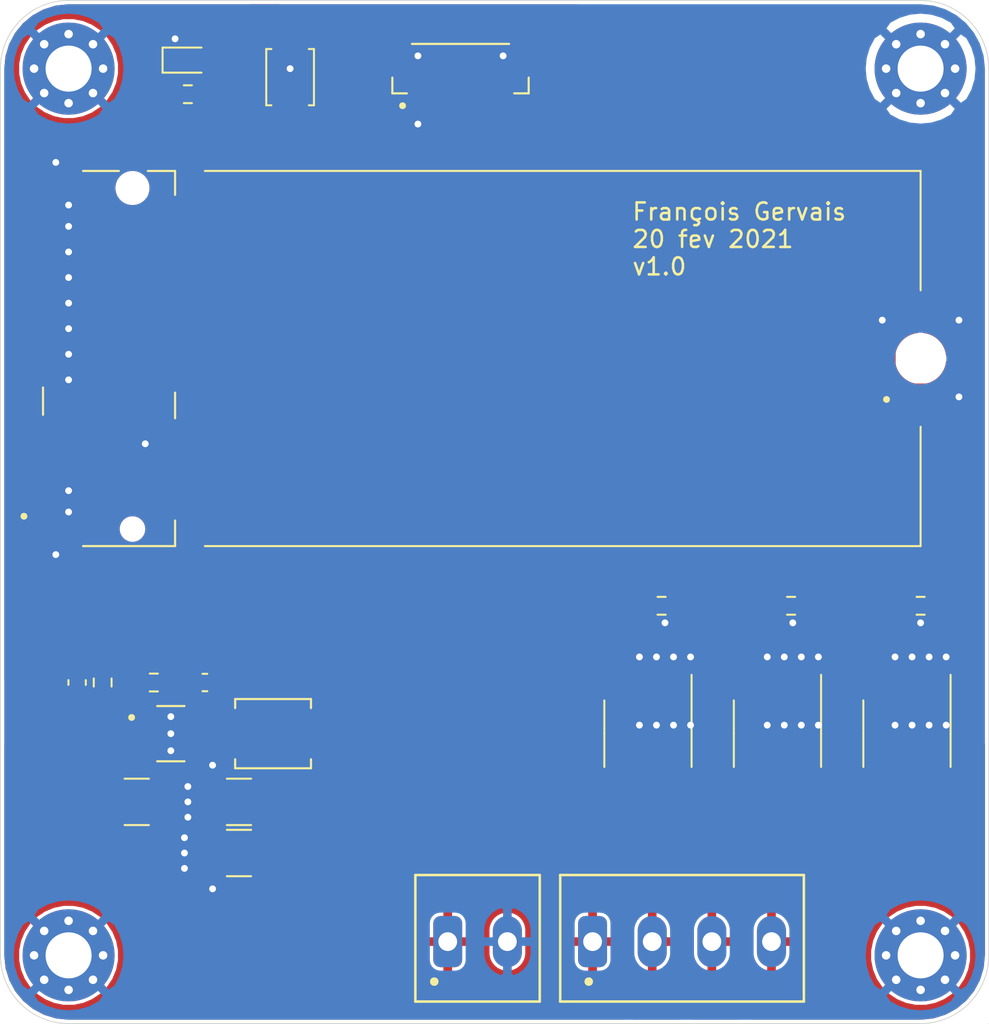
<source format=kicad_pcb>
(kicad_pcb (version 20171130) (host pcbnew 5.1.7-a382d34a8~88~ubuntu18.04.1)
  (layers (0 F.Cu signal) (31 B.Cu signal hide) (34 B.Paste user hide) (35 F.Paste user hide) (36 B.SilkS user) (37 F.SilkS user) (38 B.Mask user hide) (39 F.Mask user hide) (44 Edge.Cuts user))
  (net 0 "")
  (net 1 "Net-(J1-Pad73)")
  (net 2 "Net-(J1-Pad71)")
  (net 3 "Net-(J1-Pad70)")
  (net 4 "Net-(J1-Pad68)")
  (net 5 "Net-(J1-Pad67)")
  (net 6 "Net-(J1-Pad66)")
  (net 7 "Net-(J1-Pad65)")
  (net 8 "Net-(J1-Pad62)")
  (net 9 "Net-(J1-Pad56)")
  (net 10 "Net-(J1-Pad55)")
  (net 11 "Net-(J1-Pad54)")
  (net 12 "Net-(J1-Pad53)")
  (net 13 "Net-(J1-Pad52)")
  (net 14 "Net-(J1-Pad49)")
  (net 15 "Net-(J1-Pad48)")
  (net 16 "Net-(J1-Pad47)")
  (net 17 "Net-(J1-Pad46)")
  (net 18 "Net-(J1-Pad44)")
  (net 19 "Net-(J1-Pad42)")
  (net 20 "Net-(J1-Pad40)")
  (net 21 "Net-(J1-Pad38)")
  (net 22 "Net-(J1-Pad37)")
  (net 23 "Net-(J1-Pad35)")
  (net 24 "Net-(J1-Pad23)")
  (net 25 "Net-(J1-Pad21)")
  (net 26 "Net-(J1-Pad20)")
  (net 27 "Net-(J1-Pad17)")
  (net 28 "Net-(J1-Pad16)")
  (net 29 "Net-(J1-Pad9)")
  (net 30 "Net-(J1-Pad5)")
  (net 31 "Net-(J1-Pad3)")
  (net 32 "Net-(J1-Pad2)")
  (net 33 "Net-(J1-Pad4)")
  (net 34 "Net-(J1-Pad6)")
  (net 35 GND)
  (net 36 +5V)
  (net 37 /GPIO25-DAC1)
  (net 38 /GPIO26-DAC2)
  (net 39 /GPIO33)
  (net 40 /GPIO27)
  (net 41 /GPIO32)
  (net 42 /RESET)
  (net 43 /GPIO21)
  (net 44 /GPIO22)
  (net 45 /DTR)
  (net 46 /RTS)
  (net 47 /RX)
  (net 48 /TX)
  (net 49 /GPIO16)
  (net 50 /GPIO4)
  (net 51 /GPIO5)
  (net 52 /GPIO2)
  (net 53 /GPIO15)
  (net 54 /GPIO18)
  (net 55 /GPIO19)
  (net 56 /GPIO23)
  (net 57 +12V)
  (net 58 "Net-(C2-Pad2)")
  (net 59 "Net-(C2-Pad1)")
  (net 60 "Net-(C3-Pad2)")
  (net 61 "Net-(D1-Pad2)")
  (net 62 /BLUE)
  (net 63 /GREEN)
  (net 64 /RED)
  (net 65 "Net-(U1-Pad2)")
  (module Conn_Molex_393570004:Molex-393570004-MFG (layer F.Cu) (at 86 134)
    (fp_text reference J3 hide)
    (fp_text value Screw_Terminal_01x04 hide)
    (pad 4 thru_hole oval (at 5.25 0.195001 90) (size 3 1.7) (drill 1.1) (layers *.Cu *.Mask) (net 62 /BLUE))
    (pad 3 thru_hole oval (at 1.75 0.195001 90) (size 3 1.7) (drill 1.1) (layers *.Cu *.Mask) (net 63 /GREEN))
    (pad 2 thru_hole oval (at -1.75 0.195001 90) (size 3 1.7) (drill 1.1) (layers *.Cu *.Mask) (net 64 /RED))
    (pad 1 thru_hole roundrect (at -5.25 0.195001 90) (size 3 1.7) (drill 1.1) (layers *.Cu *.Mask) (net 57 +12V))
  )
  (module Conn_Molex_393570002:Molex-393570002-MFG (layer F.Cu) (at 74 134)
    (fp_text reference J4 hide)
    (fp_text value Screw_Terminal_01x02 hide)
    (pad 2 thru_hole oval (at 1.75 0.195) (size 1.7 3) (drill 1.1) (layers *.Cu *.Mask) (net 35 GND))
    (pad 1 thru_hole roundrect (at -1.75 0.195) (size 1.7 3) (drill 1.1) (layers *.Cu *.Mask) (net 57 +12V))
  )
  (module MountingHole:MountingHole_2.7mm_M2.5_Pad_Via (layer F.Cu) (at 100 135)
    (fp_text reference REF** hide)
    (fp_text value MountingHole_2.7mm_M2.5_Pad_Via)
    (pad 1 thru_hole circle (at 0 0) (size 5.4 5.4) (drill 2.7) (layers *.Cu *.Mask) (net 35 GND))
    (pad 1 thru_hole circle (at 2.025 0) (size 0.8 0.8) (drill 0.5) (layers *.Cu *.Mask))
    (pad 1 thru_hole circle (at 1.431891 1.431891) (size 0.8 0.8) (drill 0.5) (layers *.Cu *.Mask) (net 35 GND))
    (pad 1 thru_hole circle (at 0 2.025) (size 0.8 0.8) (drill 0.5) (layers *.Cu *.Mask))
    (pad 1 thru_hole circle (at -1.431891 1.431891) (size 0.8 0.8) (drill 0.5) (layers *.Cu *.Mask) (net 35 GND))
    (pad 1 thru_hole circle (at -2.025 0) (size 0.8 0.8) (drill 0.5) (layers *.Cu *.Mask))
    (pad 1 thru_hole circle (at -1.431891 -1.431891) (size 0.8 0.8) (drill 0.5) (layers *.Cu *.Mask) (net 35 GND))
    (pad 1 thru_hole circle (at 0 -2.025) (size 0.8 0.8) (drill 0.5) (layers *.Cu *.Mask))
    (pad 1 thru_hole circle (at 1.431891 -1.431891) (size 0.8 0.8) (drill 0.5) (layers *.Cu *.Mask) (net 35 GND))
  )
  (module SM3ZS067U410-NUT1-R1200:JAE_SM3ZS067U410-NUT1-R1200 (layer F.Cu) (at 100 100 90)
    (fp_text reference MP1 hide)
    (fp_text value SM3ZS067U410-NUT1-R1200)
    (fp_poly (pts (xy 0.15 -1.5) (xy 0.15 -2.5) (xy 0.25033 -2.491839) (xy 0.371905 -2.476481) (xy 0.492584 -2.455202) (xy 0.612079 -2.428053) (xy 0.730106 -2.3951) (xy 0.846382 -2.35642) (xy 0.96063 -2.312106) (xy 1.072576 -2.262264) (xy 1.181954 -2.207013) (xy 1.288503 -2.146485) (xy 1.391967 -2.080825) (xy 1.492101 -2.010188) (xy 1.588664 -1.934745) (xy 1.681427 -1.854674) (xy 1.770168 -1.770168) (xy 1.854674 -1.681427) (xy 1.934745 -1.588664) (xy 2.010188 -1.492101) (xy 2.080825 -1.391967) (xy 2.146485 -1.288503) (xy 2.207013 -1.181954) (xy 2.262264 -1.072576) (xy 2.312106 -0.96063) (xy 2.35642 -0.846382) (xy 2.3951 -0.730106) (xy 2.428053 -0.612079) (xy 2.455202 -0.492584) (xy 2.476481 -0.371905) (xy 2.491839 -0.25033) (xy 2.5 -0.15) (xy 1.5 -0.15) (xy 1.493494 -0.206374) (xy 1.482568 -0.275356) (xy 1.468445 -0.343755) (xy 1.451155 -0.411422) (xy 1.430735 -0.478212) (xy 1.40723 -0.54398) (xy 1.380691 -0.608583) (xy 1.351174 -0.671881) (xy 1.318745 -0.733737) (xy 1.283473 -0.794018) (xy 1.245434 -0.852592) (xy 1.204711 -0.909333) (xy 1.161393 -0.964118) (xy 1.115573 -1.016828) (xy 1.06735 -1.06735) (xy 1.016828 -1.115573) (xy 0.964118 -1.161393) (xy 0.909333 -1.204711) (xy 0.852592 -1.245434) (xy 0.794018 -1.283473) (xy 0.733737 -1.318745) (xy 0.671881 -1.351174) (xy 0.608583 -1.380691) (xy 0.54398 -1.40723) (xy 0.478212 -1.430735) (xy 0.411422 -1.451155) (xy 0.343755 -1.468445) (xy 0.275356 -1.482568) (xy 0.206374 -1.493494) (xy 0.15 -1.5)) (layer F.Cu) (width 0.01))
    (fp_poly (pts (xy 1.5 0.15) (xy 2.5 0.15) (xy 2.491839 0.25033) (xy 2.476481 0.371905) (xy 2.455202 0.492584) (xy 2.428053 0.612079) (xy 2.3951 0.730106) (xy 2.35642 0.846382) (xy 2.312106 0.96063) (xy 2.262264 1.072576) (xy 2.207013 1.181954) (xy 2.146485 1.288503) (xy 2.080825 1.391967) (xy 2.010188 1.492101) (xy 1.934745 1.588664) (xy 1.854674 1.681427) (xy 1.770168 1.770168) (xy 1.681427 1.854674) (xy 1.588664 1.934745) (xy 1.492101 2.010188) (xy 1.391967 2.080825) (xy 1.288503 2.146485) (xy 1.181954 2.207013) (xy 1.072576 2.262264) (xy 0.96063 2.312106) (xy 0.846382 2.35642) (xy 0.730106 2.3951) (xy 0.612079 2.428053) (xy 0.492584 2.455202) (xy 0.371905 2.476481) (xy 0.25033 2.491839) (xy 0.15 2.5) (xy 0.15 1.5) (xy 0.206374 1.493494) (xy 0.275356 1.482568) (xy 0.343755 1.468445) (xy 0.411422 1.451155) (xy 0.478212 1.430735) (xy 0.54398 1.40723) (xy 0.608583 1.380691) (xy 0.671881 1.351174) (xy 0.733737 1.318745) (xy 0.794018 1.283473) (xy 0.852592 1.245434) (xy 0.909333 1.204711) (xy 0.964118 1.161393) (xy 1.016828 1.115573) (xy 1.06735 1.06735) (xy 1.115573 1.016828) (xy 1.161393 0.964118) (xy 1.204711 0.909333) (xy 1.245434 0.852592) (xy 1.283473 0.794018) (xy 1.318745 0.733737) (xy 1.351174 0.671881) (xy 1.380691 0.608583) (xy 1.40723 0.54398) (xy 1.430735 0.478212) (xy 1.451155 0.411422) (xy 1.468445 0.343755) (xy 1.482568 0.275356) (xy 1.493494 0.206374) (xy 1.5 0.15)) (layer F.Cu) (width 0.01))
    (fp_poly (pts (xy -0.15 1.5) (xy -0.15 2.5) (xy -0.292386 2.487209) (xy -0.412245 2.470044) (xy -0.531136 2.447113) (xy -0.648782 2.41847) (xy -0.764908 2.384182) (xy -0.879243 2.344329) (xy -0.991522 2.299004) (xy -1.101482 2.248312) (xy -1.208867 2.192371) (xy -1.313426 2.131312) (xy -1.414917 2.065277) (xy -1.513102 1.994421) (xy -1.607752 1.918907) (xy -1.698647 1.838914) (xy -1.785575 1.754626) (xy -1.868333 1.66624) (xy -1.946728 1.573963) (xy -2.020578 1.478009) (xy -2.08971 1.378603) (xy -2.153963 1.275975) (xy -2.213188 1.170366) (xy -2.267246 1.062021) (xy -2.316012 0.951193) (xy -2.359371 0.838141) (xy -2.397222 0.723127) (xy -2.429478 0.60642) (xy -2.456063 0.488293) (xy -2.476916 0.369019) (xy -2.491986 0.248879) (xy -2.5 0.15) (xy -1.5 0.15) (xy -1.49361 0.205509) (xy -1.48288 0.273638) (xy -1.469032 0.341202) (xy -1.452094 0.408059) (xy -1.432102 0.474067) (xy -1.409099 0.539086) (xy -1.383132 0.60298) (xy -1.354258 0.665614) (xy -1.322536 0.726855) (xy -1.288034 0.786574) (xy -1.250825 0.844644) (xy -1.210988 0.900944) (xy -1.168605 0.955354) (xy -1.123768 1.007759) (xy -1.07657 1.058049) (xy -1.027111 1.106117) (xy -0.975497 1.151862) (xy -0.921835 1.195188) (xy -0.866239 1.236002) (xy -0.808826 1.274219) (xy -0.749719 1.309758) (xy -0.689041 1.342544) (xy -0.626921 1.372507) (xy -0.56349 1.399584) (xy -0.498881 1.423719) (xy -0.433233 1.44486) (xy -0.366682 1.462962) (xy -0.299369 1.477987) (xy -0.231438 1.489904) (xy -0.15 1.5)) (layer F.Cu) (width 0.01))
    (fp_poly (pts (xy -1.5 -0.15) (xy -2.5 -0.15) (xy -2.491986 -0.248879) (xy -2.476916 -0.369019) (xy -2.456063 -0.488293) (xy -2.429478 -0.60642) (xy -2.397222 -0.723127) (xy -2.359371 -0.838141) (xy -2.316012 -0.951193) (xy -2.267246 -1.062021) (xy -2.213188 -1.170366) (xy -2.153963 -1.275975) (xy -2.08971 -1.378603) (xy -2.020578 -1.478009) (xy -1.946728 -1.573963) (xy -1.868333 -1.66624) (xy -1.785575 -1.754626) (xy -1.698647 -1.838914) (xy -1.607752 -1.918907) (xy -1.513102 -1.994421) (xy -1.414917 -2.065277) (xy -1.313426 -2.131312) (xy -1.208867 -2.192371) (xy -1.101482 -2.248312) (xy -0.991522 -2.299004) (xy -0.879243 -2.344329) (xy -0.764908 -2.384182) (xy -0.648782 -2.41847) (xy -0.531136 -2.447113) (xy -0.412245 -2.470044) (xy -0.292386 -2.487209) (xy -0.15 -2.5) (xy -0.15 -1.5) (xy -0.231438 -1.489904) (xy -0.299369 -1.477987) (xy -0.366682 -1.462962) (xy -0.433233 -1.44486) (xy -0.498881 -1.423719) (xy -0.56349 -1.399584) (xy -0.626921 -1.372507) (xy -0.689041 -1.342544) (xy -0.749719 -1.309758) (xy -0.808826 -1.274219) (xy -0.866239 -1.236002) (xy -0.921835 -1.195188) (xy -0.975497 -1.151862) (xy -1.027111 -1.106117) (xy -1.07657 -1.058049) (xy -1.123768 -1.007759) (xy -1.168605 -0.955354) (xy -1.210988 -0.900944) (xy -1.250825 -0.844644) (xy -1.288034 -0.786574) (xy -1.322536 -0.726855) (xy -1.354258 -0.665614) (xy -1.383132 -0.60298) (xy -1.409099 -0.539086) (xy -1.432102 -0.474067) (xy -1.452094 -0.408059) (xy -1.469032 -0.341202) (xy -1.48288 -0.273638) (xy -1.49361 -0.205509) (xy -1.5 -0.15)) (layer F.Cu) (width 0.01))
    (pad 4 smd rect (at 1.27 -1.27 90) (size 0.25 0.25) (layers F.Cu) (net 35 GND))
    (pad 3 smd rect (at 1.27 1.27 90) (size 0.25 0.25) (layers F.Cu) (net 35 GND))
    (pad 2 smd rect (at -1.27 1.27 90) (size 0.25 0.25) (layers F.Cu) (net 35 GND))
    (pad 1 smd rect (at -1.27 -1.27 90) (size 0.25 0.25) (layers F.Cu) (net 35 GND))
    (pad None np_thru_hole circle (at 0 0 90) (size 2.63 2.63) (drill 2.63) (layers *.Cu *.Mask))
  )
  (module MountingHole:MountingHole_2.7mm_M2.5_Pad_Via (layer F.Cu) (at 50 135)
    (fp_text reference REF** hide)
    (fp_text value MountingHole_2.7mm_M2.5_Pad_Via)
    (pad 1 thru_hole circle (at 0 0) (size 5.4 5.4) (drill 2.7) (layers *.Cu *.Mask) (net 35 GND))
    (pad 1 thru_hole circle (at 2.025 0) (size 0.8 0.8) (drill 0.5) (layers *.Cu *.Mask))
    (pad 1 thru_hole circle (at 1.431891 1.431891) (size 0.8 0.8) (drill 0.5) (layers *.Cu *.Mask) (net 35 GND))
    (pad 1 thru_hole circle (at 0 2.025) (size 0.8 0.8) (drill 0.5) (layers *.Cu *.Mask))
    (pad 1 thru_hole circle (at -1.431891 1.431891) (size 0.8 0.8) (drill 0.5) (layers *.Cu *.Mask) (net 35 GND))
    (pad 1 thru_hole circle (at -2.025 0) (size 0.8 0.8) (drill 0.5) (layers *.Cu *.Mask))
    (pad 1 thru_hole circle (at -1.431891 -1.431891) (size 0.8 0.8) (drill 0.5) (layers *.Cu *.Mask) (net 35 GND))
    (pad 1 thru_hole circle (at 0 -2.025) (size 0.8 0.8) (drill 0.5) (layers *.Cu *.Mask))
    (pad 1 thru_hole circle (at 1.431891 -1.431891) (size 0.8 0.8) (drill 0.5) (layers *.Cu *.Mask) (net 35 GND))
  )
  (module MountingHole:MountingHole_2.7mm_M2.5_Pad_Via (layer F.Cu) (at 50 83)
    (fp_text reference REF** hide)
    (fp_text value MountingHole_2.7mm_M2.5_Pad_Via)
    (pad 1 thru_hole circle (at 0 0) (size 5.4 5.4) (drill 2.7) (layers *.Cu *.Mask) (net 35 GND))
    (pad 1 thru_hole circle (at 2.025 0) (size 0.8 0.8) (drill 0.5) (layers *.Cu *.Mask))
    (pad 1 thru_hole circle (at 1.431891 1.431891) (size 0.8 0.8) (drill 0.5) (layers *.Cu *.Mask) (net 35 GND))
    (pad 1 thru_hole circle (at 0 2.025) (size 0.8 0.8) (drill 0.5) (layers *.Cu *.Mask))
    (pad 1 thru_hole circle (at -1.431891 1.431891) (size 0.8 0.8) (drill 0.5) (layers *.Cu *.Mask) (net 35 GND))
    (pad 1 thru_hole circle (at -2.025 0) (size 0.8 0.8) (drill 0.5) (layers *.Cu *.Mask))
    (pad 1 thru_hole circle (at -1.431891 -1.431891) (size 0.8 0.8) (drill 0.5) (layers *.Cu *.Mask) (net 35 GND))
    (pad 1 thru_hole circle (at 0 -2.025) (size 0.8 0.8) (drill 0.5) (layers *.Cu *.Mask))
    (pad 1 thru_hole circle (at 1.431891 -1.431891) (size 0.8 0.8) (drill 0.5) (layers *.Cu *.Mask) (net 35 GND))
  )
  (module MountingHole:MountingHole_2.7mm_M2.5_Pad_Via (layer F.Cu) (at 100 83)
    (fp_text reference REF** hide)
    (fp_text value MountingHole_2.7mm_M2.5_Pad_Via)
    (pad 1 thru_hole circle (at 1.431891 -1.431891) (size 0.8 0.8) (drill 0.5) (layers *.Cu *.Mask) (net 35 GND))
    (pad 1 thru_hole circle (at 0 -2.025) (size 0.8 0.8) (drill 0.5) (layers *.Cu *.Mask))
    (pad 1 thru_hole circle (at -1.431891 -1.431891) (size 0.8 0.8) (drill 0.5) (layers *.Cu *.Mask) (net 35 GND))
    (pad 1 thru_hole circle (at -2.025 0) (size 0.8 0.8) (drill 0.5) (layers *.Cu *.Mask))
    (pad 1 thru_hole circle (at -1.431891 1.431891) (size 0.8 0.8) (drill 0.5) (layers *.Cu *.Mask) (net 35 GND))
    (pad 1 thru_hole circle (at 0 2.025) (size 0.8 0.8) (drill 0.5) (layers *.Cu *.Mask))
    (pad 1 thru_hole circle (at 1.431891 1.431891) (size 0.8 0.8) (drill 0.5) (layers *.Cu *.Mask) (net 35 GND))
    (pad 1 thru_hole circle (at 2.025 0) (size 0.8 0.8) (drill 0.5) (layers *.Cu *.Mask))
    (pad 1 thru_hole circle (at 0 0) (size 5.4 5.4) (drill 2.7) (layers *.Cu *.Mask) (net 35 GND))
  )
  (module AP63300WU-7:SOT95P280X100-6N (layer F.Cu) (at 56 122)
    (fp_text reference U1 hide)
    (fp_text value AP63300WU-7)
    (pad 1 smd rect (at -1.185 -0.95) (size 1.24 0.55) (layers F.Cu F.Paste F.Mask) (net 60 "Net-(C3-Pad2)"))
    (pad 2 smd rect (at -1.185 0) (size 1.24 0.55) (layers F.Cu F.Paste F.Mask) (net 65 "Net-(U1-Pad2)"))
    (pad 3 smd rect (at -1.185 0.95) (size 1.24 0.55) (layers F.Cu F.Paste F.Mask) (net 57 +12V))
    (pad 4 smd rect (at 1.185 0.95) (size 1.24 0.55) (layers F.Cu F.Paste F.Mask) (net 35 GND))
    (pad 5 smd rect (at 1.185 0) (size 1.24 0.55) (layers F.Cu F.Paste F.Mask) (net 58 "Net-(C2-Pad2)"))
    (pad 6 smd rect (at 1.185 -0.95) (size 1.24 0.55) (layers F.Cu F.Paste F.Mask) (net 59 "Net-(C2-Pad1)"))
  )
  (module Button_Switch_SMD:SW_SPST_B3U-1000P (layer F.Cu) (at 63 83.5 90)
    (fp_text reference SW1 hide)
    (fp_text value SW_SPST)
    (pad 1 smd rect (at -1.7 0 90) (size 0.9 1.7) (layers F.Cu F.Paste F.Mask) (net 42 /RESET))
    (pad 2 smd rect (at 1.7 0 90) (size 0.9 1.7) (layers F.Cu F.Paste F.Mask) (net 35 GND))
  )
  (module Resistor_SMD:R_0603_1608Metric (layer F.Cu) (at 57 84.5 180)
    (fp_text reference R6 hide)
    (fp_text value 10k)
    (pad 1 smd roundrect (at -0.825 0 180) (size 0.8 0.95) (layers F.Cu F.Paste F.Mask) (net 61 "Net-(D1-Pad2)"))
    (pad 2 smd roundrect (at 0.825 0 180) (size 0.8 0.95) (layers F.Cu F.Paste F.Mask) (net 36 +5V))
  )
  (module Resistor_SMD:R_0603_1608Metric (layer F.Cu) (at 100 114.5)
    (fp_text reference R5 hide)
    (fp_text value 10k)
    (pad 1 smd roundrect (at -0.825 0) (size 0.8 0.95) (layers F.Cu F.Paste F.Mask) (net 51 /GPIO5))
    (pad 2 smd roundrect (at 0.825 0) (size 0.8 0.95) (layers F.Cu F.Paste F.Mask) (net 35 GND))
  )
  (module Resistor_SMD:R_0603_1608Metric (layer F.Cu) (at 92.4 114.5)
    (fp_text reference R4 hide)
    (fp_text value 10k)
    (pad 1 smd roundrect (at -0.825 0) (size 0.8 0.95) (layers F.Cu F.Paste F.Mask) (net 56 /GPIO23))
    (pad 2 smd roundrect (at 0.825 0) (size 0.8 0.95) (layers F.Cu F.Paste F.Mask) (net 35 GND))
  )
  (module Resistor_SMD:R_0603_1608Metric (layer F.Cu) (at 55 119)
    (fp_text reference R3 hide)
    (fp_text value R_Small)
    (pad 1 smd roundrect (at -0.825 0) (size 0.8 0.95) (layers F.Cu F.Paste F.Mask) (net 60 "Net-(C3-Pad2)"))
    (pad 2 smd roundrect (at 0.825 0) (size 0.8 0.95) (layers F.Cu F.Paste F.Mask) (net 35 GND))
  )
  (module Resistor_SMD:R_0603_1608Metric (layer F.Cu) (at 52 119 270)
    (fp_text reference R2 hide)
    (fp_text value R_Small)
    (pad 1 smd roundrect (at -0.825 0 270) (size 0.8 0.95) (layers F.Cu F.Paste F.Mask) (net 36 +5V))
    (pad 2 smd roundrect (at 0.825 0 270) (size 0.8 0.95) (layers F.Cu F.Paste F.Mask) (net 60 "Net-(C3-Pad2)"))
  )
  (module Resistor_SMD:R_0603_1608Metric (layer F.Cu) (at 84.8 114.5)
    (fp_text reference R1 hide)
    (fp_text value 10k)
    (pad 1 smd roundrect (at -0.825 0) (size 0.8 0.95) (layers F.Cu F.Paste F.Mask) (net 55 /GPIO19))
    (pad 2 smd roundrect (at 0.825 0) (size 0.8 0.95) (layers F.Cu F.Paste F.Mask) (net 35 GND))
  )
  (module Package_SO:SOIC-8_3.9x4.9mm_P1.27mm (layer F.Cu) (at 99.2 122 270)
    (fp_text reference Q3 hide)
    (fp_text value IRF8736TRPBF‎)
    (pad 8 smd roundrect (at 2.475 -1.905 270) (size 1.95 0.6) (layers F.Cu F.Paste F.Mask) (net 62 /BLUE))
    (pad 7 smd roundrect (at 2.475 -0.635 270) (size 1.95 0.6) (layers F.Cu F.Paste F.Mask) (net 62 /BLUE))
    (pad 6 smd roundrect (at 2.475 0.635 270) (size 1.95 0.6) (layers F.Cu F.Paste F.Mask) (net 62 /BLUE))
    (pad 5 smd roundrect (at 2.475 1.905 270) (size 1.95 0.6) (layers F.Cu F.Paste F.Mask) (net 62 /BLUE))
    (pad 4 smd roundrect (at -2.475 1.905 270) (size 1.95 0.6) (layers F.Cu F.Paste F.Mask) (net 51 /GPIO5))
    (pad 3 smd roundrect (at -2.475 0.635 270) (size 1.95 0.6) (layers F.Cu F.Paste F.Mask) (net 35 GND))
    (pad 2 smd roundrect (at -2.475 -0.635 270) (size 1.95 0.6) (layers F.Cu F.Paste F.Mask) (net 35 GND))
    (pad 1 smd roundrect (at -2.475 -1.905 270) (size 1.95 0.6) (layers F.Cu F.Paste F.Mask) (net 35 GND))
  )
  (module Package_SO:SOIC-8_3.9x4.9mm_P1.27mm (layer F.Cu) (at 91.6 122 270)
    (fp_text reference Q2 hide)
    (fp_text value IRF8736TRPBF‎)
    (pad 8 smd roundrect (at 2.475 -1.905 270) (size 1.95 0.6) (layers F.Cu F.Paste F.Mask) (net 63 /GREEN))
    (pad 7 smd roundrect (at 2.475 -0.635 270) (size 1.95 0.6) (layers F.Cu F.Paste F.Mask) (net 63 /GREEN))
    (pad 6 smd roundrect (at 2.475 0.635 270) (size 1.95 0.6) (layers F.Cu F.Paste F.Mask) (net 63 /GREEN))
    (pad 5 smd roundrect (at 2.475 1.905 270) (size 1.95 0.6) (layers F.Cu F.Paste F.Mask) (net 63 /GREEN))
    (pad 4 smd roundrect (at -2.475 1.905 270) (size 1.95 0.6) (layers F.Cu F.Paste F.Mask) (net 56 /GPIO23))
    (pad 3 smd roundrect (at -2.475 0.635 270) (size 1.95 0.6) (layers F.Cu F.Paste F.Mask) (net 35 GND))
    (pad 2 smd roundrect (at -2.475 -0.635 270) (size 1.95 0.6) (layers F.Cu F.Paste F.Mask) (net 35 GND))
    (pad 1 smd roundrect (at -2.475 -1.905 270) (size 1.95 0.6) (layers F.Cu F.Paste F.Mask) (net 35 GND))
  )
  (module Package_SO:SOIC-8_3.9x4.9mm_P1.27mm (layer F.Cu) (at 84 122 270)
    (fp_text reference Q1 hide)
    (fp_text value IRF8736TRPBF‎)
    (pad 8 smd roundrect (at 2.475 -1.905 270) (size 1.95 0.6) (layers F.Cu F.Paste F.Mask) (net 64 /RED))
    (pad 7 smd roundrect (at 2.475 -0.635 270) (size 1.95 0.6) (layers F.Cu F.Paste F.Mask) (net 64 /RED))
    (pad 6 smd roundrect (at 2.475 0.635 270) (size 1.95 0.6) (layers F.Cu F.Paste F.Mask) (net 64 /RED))
    (pad 5 smd roundrect (at 2.475 1.905 270) (size 1.95 0.6) (layers F.Cu F.Paste F.Mask) (net 64 /RED))
    (pad 4 smd roundrect (at -2.475 1.905 270) (size 1.95 0.6) (layers F.Cu F.Paste F.Mask) (net 55 /GPIO19))
    (pad 3 smd roundrect (at -2.475 0.635 270) (size 1.95 0.6) (layers F.Cu F.Paste F.Mask) (net 35 GND))
    (pad 2 smd roundrect (at -2.475 -0.635 270) (size 1.95 0.6) (layers F.Cu F.Paste F.Mask) (net 35 GND))
    (pad 1 smd roundrect (at -2.475 -1.905 270) (size 1.95 0.6) (layers F.Cu F.Paste F.Mask) (net 35 GND))
  )
  (module SRP4020TA-6R8M:IND_SRP4020TA-6R8M (layer F.Cu) (at 62 122)
    (fp_text reference L1)
    (fp_text value 6.8uH)
    (pad 1 smd rect (at -1.85 0) (size 1.5 2.4) (layers F.Cu F.Paste F.Mask) (net 58 "Net-(C2-Pad2)"))
    (pad 2 smd rect (at 1.85 0) (size 1.5 2.4) (layers F.Cu F.Paste F.Mask) (net 36 +5V))
  )
  (module "BM06B-SRSS-TB(LF)(SN):JST_BM06B-SRSS-TB(LF)(SN)" (layer F.Cu) (at 73 83)
    (fp_text reference J2 hide)
    (fp_text value "BM06B-SRSS-TB(LF)(SN)")
    (pad S2 smd rect (at 3.8 -0.75) (size 1.2 1.8) (layers F.Cu F.Paste F.Mask) (net 35 GND))
    (pad S1 smd rect (at -3.8 -0.75) (size 1.2 1.8) (layers F.Cu F.Paste F.Mask) (net 35 GND))
    (pad 6 smd rect (at 2.5 1.775) (size 0.6 1.55) (layers F.Cu F.Paste F.Mask) (net 36 +5V))
    (pad 5 smd rect (at 1.5 1.775) (size 0.6 1.55) (layers F.Cu F.Paste F.Mask) (net 48 /TX))
    (pad 4 smd rect (at 0.5 1.775) (size 0.6 1.55) (layers F.Cu F.Paste F.Mask) (net 47 /RX))
    (pad 1 smd rect (at -2.5 1.775) (size 0.6 1.55) (layers F.Cu F.Paste F.Mask) (net 35 GND))
    (pad 2 smd rect (at -1.5 1.775) (size 0.6 1.55) (layers F.Cu F.Paste F.Mask) (net 46 /RTS))
    (pad 3 smd rect (at -0.5 1.775) (size 0.6 1.55) (layers F.Cu F.Paste F.Mask) (net 45 /DTR))
  )
  (module 2199230-4:TE_2199230-4 (layer F.Cu) (at 52.375 100 90)
    (fp_text reference J1 hide)
    (fp_text value 2199230-4)
    (pad 75 smd rect (at 9.25 -3.9 90) (size 0.3 1.55) (layers F.Cu F.Paste F.Mask) (net 35 GND))
    (pad 74 smd rect (at 9 3.65 90) (size 0.3 1.55) (layers F.Cu F.Paste F.Mask) (net 36 +5V))
    (pad 73 smd rect (at 8.75 -3.9 90) (size 0.3 1.55) (layers F.Cu F.Paste F.Mask) (net 1 "Net-(J1-Pad73)"))
    (pad 72 smd rect (at 8.5 3.65 90) (size 0.3 1.55) (layers F.Cu F.Paste F.Mask) (net 36 +5V))
    (pad 71 smd rect (at 8.25 -3.9 90) (size 0.3 1.55) (layers F.Cu F.Paste F.Mask) (net 2 "Net-(J1-Pad71)"))
    (pad 70 smd rect (at 8 3.65 90) (size 0.3 1.55) (layers F.Cu F.Paste F.Mask) (net 3 "Net-(J1-Pad70)"))
    (pad 69 smd rect (at 7.75 -3.9 90) (size 0.3 1.55) (layers F.Cu F.Paste F.Mask) (net 35 GND))
    (pad 68 smd rect (at 7.5 3.65 90) (size 0.3 1.55) (layers F.Cu F.Paste F.Mask) (net 4 "Net-(J1-Pad68)"))
    (pad 67 smd rect (at 7.25 -3.9 90) (size 0.3 1.55) (layers F.Cu F.Paste F.Mask) (net 5 "Net-(J1-Pad67)"))
    (pad 66 smd rect (at 7 3.65 90) (size 0.3 1.55) (layers F.Cu F.Paste F.Mask) (net 6 "Net-(J1-Pad66)"))
    (pad 65 smd rect (at 6.75 -3.9 90) (size 0.3 1.55) (layers F.Cu F.Paste F.Mask) (net 7 "Net-(J1-Pad65)"))
    (pad 64 smd rect (at 6.5 3.65 90) (size 0.3 1.55) (layers F.Cu F.Paste F.Mask) (net 37 /GPIO25-DAC1))
    (pad 63 smd rect (at 6.25 -3.9 90) (size 0.3 1.55) (layers F.Cu F.Paste F.Mask) (net 35 GND))
    (pad 62 smd rect (at 6 3.65 90) (size 0.3 1.55) (layers F.Cu F.Paste F.Mask) (net 8 "Net-(J1-Pad62)"))
    (pad 61 smd rect (at 5.75 -3.9 90) (size 0.3 1.55) (layers F.Cu F.Paste F.Mask) (net 38 /GPIO26-DAC2))
    (pad 60 smd rect (at 5.5 3.65 90) (size 0.3 1.55) (layers F.Cu F.Paste F.Mask) (net 39 /GPIO33))
    (pad 59 smd rect (at 5.25 -3.9 90) (size 0.3 1.55) (layers F.Cu F.Paste F.Mask) (net 40 /GPIO27))
    (pad 58 smd rect (at 5 3.65 90) (size 0.3 1.55) (layers F.Cu F.Paste F.Mask) (net 41 /GPIO32))
    (pad 57 smd rect (at 4.75 -3.9 90) (size 0.3 1.55) (layers F.Cu F.Paste F.Mask) (net 35 GND))
    (pad 56 smd rect (at 4.5 3.65 90) (size 0.3 1.55) (layers F.Cu F.Paste F.Mask) (net 9 "Net-(J1-Pad56)"))
    (pad 55 smd rect (at 4.25 -3.9 90) (size 0.3 1.55) (layers F.Cu F.Paste F.Mask) (net 10 "Net-(J1-Pad55)"))
    (pad 54 smd rect (at 4 3.65 90) (size 0.3 1.55) (layers F.Cu F.Paste F.Mask) (net 11 "Net-(J1-Pad54)"))
    (pad 53 smd rect (at 3.75 -3.9 90) (size 0.3 1.55) (layers F.Cu F.Paste F.Mask) (net 12 "Net-(J1-Pad53)"))
    (pad 52 smd rect (at 3.5 3.65 90) (size 0.3 1.55) (layers F.Cu F.Paste F.Mask) (net 13 "Net-(J1-Pad52)"))
    (pad 51 smd rect (at 3.25 -3.9 90) (size 0.3 1.55) (layers F.Cu F.Paste F.Mask) (net 35 GND))
    (pad 50 smd rect (at 3 3.65 90) (size 0.3 1.55) (layers F.Cu F.Paste F.Mask) (net 42 /RESET))
    (pad 49 smd rect (at 2.75 -3.9 90) (size 0.3 1.55) (layers F.Cu F.Paste F.Mask) (net 14 "Net-(J1-Pad49)"))
    (pad 48 smd rect (at 2.5 3.65 90) (size 0.3 1.55) (layers F.Cu F.Paste F.Mask) (net 15 "Net-(J1-Pad48)"))
    (pad 47 smd rect (at 2.25 -3.9 90) (size 0.3 1.55) (layers F.Cu F.Paste F.Mask) (net 16 "Net-(J1-Pad47)"))
    (pad 46 smd rect (at 2 3.65 90) (size 0.3 1.55) (layers F.Cu F.Paste F.Mask) (net 17 "Net-(J1-Pad46)"))
    (pad 45 smd rect (at 1.75 -3.9 90) (size 0.3 1.55) (layers F.Cu F.Paste F.Mask) (net 35 GND))
    (pad 44 smd rect (at 1.5 3.65 90) (size 0.3 1.55) (layers F.Cu F.Paste F.Mask) (net 18 "Net-(J1-Pad44)"))
    (pad 43 smd rect (at 1.25 -3.9 90) (size 0.3 1.55) (layers F.Cu F.Paste F.Mask) (net 43 /GPIO21))
    (pad 42 smd rect (at 1 3.65 90) (size 0.3 1.55) (layers F.Cu F.Paste F.Mask) (net 19 "Net-(J1-Pad42)"))
    (pad 41 smd rect (at 0.75 -3.9 90) (size 0.3 1.55) (layers F.Cu F.Paste F.Mask) (net 44 /GPIO22))
    (pad 40 smd rect (at 0.5 3.65 90) (size 0.3 1.55) (layers F.Cu F.Paste F.Mask) (net 20 "Net-(J1-Pad40)"))
    (pad 39 smd rect (at 0.25 -3.9 90) (size 0.3 1.55) (layers F.Cu F.Paste F.Mask) (net 35 GND))
    (pad 38 smd rect (at 0 3.65 90) (size 0.3 1.55) (layers F.Cu F.Paste F.Mask) (net 21 "Net-(J1-Pad38)"))
    (pad 37 smd rect (at -0.25 -3.9 90) (size 0.3 1.55) (layers F.Cu F.Paste F.Mask) (net 22 "Net-(J1-Pad37)"))
    (pad 36 smd rect (at -0.5 3.65 90) (size 0.3 1.55) (layers F.Cu F.Paste F.Mask) (net 45 /DTR))
    (pad 35 smd rect (at -0.75 -3.9 90) (size 0.3 1.55) (layers F.Cu F.Paste F.Mask) (net 23 "Net-(J1-Pad35)"))
    (pad 34 smd rect (at -1 3.65 90) (size 0.3 1.55) (layers F.Cu F.Paste F.Mask) (net 46 /RTS))
    (pad 33 smd rect (at -1.25 -3.9 90) (size 0.3 1.55) (layers F.Cu F.Paste F.Mask) (net 35 GND))
    (pad 32 smd rect (at -1.5 3.65 90) (size 0.3 1.55) (layers F.Cu F.Paste F.Mask) (net 47 /RX))
    (pad 23 smd rect (at -3.75 -3.9 90) (size 0.3 1.55) (layers F.Cu F.Paste F.Mask) (net 24 "Net-(J1-Pad23)"))
    (pad 22 smd rect (at -4 3.65 90) (size 0.3 1.55) (layers F.Cu F.Paste F.Mask) (net 48 /TX))
    (pad 21 smd rect (at -4.25 -3.9 90) (size 0.3 1.55) (layers F.Cu F.Paste F.Mask) (net 25 "Net-(J1-Pad21)"))
    (pad 20 smd rect (at -4.5 3.65 90) (size 0.3 1.55) (layers F.Cu F.Paste F.Mask) (net 26 "Net-(J1-Pad20)"))
    (pad 19 smd rect (at -4.75 -3.9 90) (size 0.3 1.55) (layers F.Cu F.Paste F.Mask) (net 49 /GPIO16))
    (pad 18 smd rect (at -5 3.65 90) (size 0.3 1.55) (layers F.Cu F.Paste F.Mask) (net 35 GND))
    (pad 17 smd rect (at -5.25 -3.9 90) (size 0.3 1.55) (layers F.Cu F.Paste F.Mask) (net 27 "Net-(J1-Pad17)"))
    (pad 16 smd rect (at -5.5 3.65 90) (size 0.3 1.55) (layers F.Cu F.Paste F.Mask) (net 28 "Net-(J1-Pad16)"))
    (pad 15 smd rect (at -5.75 -3.9 90) (size 0.3 1.55) (layers F.Cu F.Paste F.Mask) (net 50 /GPIO4))
    (pad 14 smd rect (at -6 3.65 90) (size 0.3 1.55) (layers F.Cu F.Paste F.Mask) (net 51 /GPIO5))
    (pad S2 smd rect (at 10.35 -3.125 90) (size 1.2 2.75) (layers F.Cu F.Paste F.Mask) (net 35 GND))
    (pad S1 smd rect (at -10.35 -3.125 90) (size 1.2 2.75) (layers F.Cu F.Paste F.Mask) (net 35 GND))
    (pad 13 smd rect (at -6.25 -3.9 90) (size 0.3 1.55) (layers F.Cu F.Paste F.Mask) (net 52 /GPIO2))
    (pad 11 smd rect (at -6.75 -3.9 90) (size 0.3 1.55) (layers F.Cu F.Paste F.Mask) (net 53 /GPIO15))
    (pad 9 smd rect (at -7.25 -3.9 90) (size 0.3 1.55) (layers F.Cu F.Paste F.Mask) (net 29 "Net-(J1-Pad9)"))
    (pad 7 smd rect (at -7.75 -3.9 90) (size 0.3 1.55) (layers F.Cu F.Paste F.Mask) (net 35 GND))
    (pad 5 smd rect (at -8.25 -3.9 90) (size 0.3 1.55) (layers F.Cu F.Paste F.Mask) (net 30 "Net-(J1-Pad5)"))
    (pad 3 smd rect (at -8.75 -3.9 90) (size 0.3 1.55) (layers F.Cu F.Paste F.Mask) (net 31 "Net-(J1-Pad3)"))
    (pad 1 smd rect (at -9.25 -3.9 90) (size 0.3 1.55) (layers F.Cu F.Paste F.Mask) (net 35 GND))
    (pad 2 smd rect (at -9 3.65 90) (size 0.3 1.55) (layers F.Cu F.Paste F.Mask) (net 32 "Net-(J1-Pad2)"))
    (pad 4 smd rect (at -8.5 3.65 90) (size 0.3 1.55) (layers F.Cu F.Paste F.Mask) (net 33 "Net-(J1-Pad4)"))
    (pad 6 smd rect (at -8 3.65 90) (size 0.3 1.55) (layers F.Cu F.Paste F.Mask) (net 34 "Net-(J1-Pad6)"))
    (pad 8 smd rect (at -7.5 3.65 90) (size 0.3 1.55) (layers F.Cu F.Paste F.Mask) (net 54 /GPIO18))
    (pad 10 smd rect (at -7 3.65 90) (size 0.3 1.55) (layers F.Cu F.Paste F.Mask) (net 55 /GPIO19))
    (pad 12 smd rect (at -6.5 3.65 90) (size 0.3 1.55) (layers F.Cu F.Paste F.Mask) (net 56 /GPIO23))
    (pad None np_thru_hole circle (at 10 1.375 90) (size 1.6 1.6) (drill 1.6) (layers *.Cu *.Mask))
    (pad None np_thru_hole circle (at -10 1.375 90) (size 1.1 1.1) (drill 1.1) (layers *.Cu *.Mask))
  )
  (module LED_SMD:LED_0603_1608Metric (layer F.Cu) (at 57 82.5)
    (fp_text reference D1 hide)
    (fp_text value LED)
    (pad 1 smd roundrect (at -0.7875 0) (size 0.875 0.95) (layers F.Cu F.Paste F.Mask) (net 35 GND))
    (pad 2 smd roundrect (at 0.7875 0) (size 0.875 0.95) (layers F.Cu F.Paste F.Mask) (net 61 "Net-(D1-Pad2)"))
  )
  (module Capacitor_SMD:C_1210_3225Metric_Pad1.33x2.70mm_HandSolder (layer F.Cu) (at 60 126 180)
    (fp_text reference C5 hide)
    (fp_text value 22uF)
    (pad 1 smd roundrect (at -1.5625 0 180) (size 1.325 2.7) (layers F.Cu F.Paste F.Mask) (roundrect_rratio 0.188679) (net 36 +5V))
    (pad 2 smd roundrect (at 1.5625 0 180) (size 1.325 2.7) (layers F.Cu F.Paste F.Mask) (roundrect_rratio 0.188679) (net 35 GND))
  )
  (module Capacitor_SMD:C_1210_3225Metric_Pad1.33x2.70mm_HandSolder (layer F.Cu) (at 60 129 180)
    (fp_text reference C4 hide)
    (fp_text value 22uF)
    (pad 1 smd roundrect (at -1.5625 0 180) (size 1.325 2.7) (layers F.Cu F.Paste F.Mask) (roundrect_rratio 0.188679) (net 36 +5V))
    (pad 2 smd roundrect (at 1.5625 0 180) (size 1.325 2.7) (layers F.Cu F.Paste F.Mask) (roundrect_rratio 0.188679) (net 35 GND))
  )
  (module Capacitor_SMD:C_0603_1608Metric (layer F.Cu) (at 50.5 119 270)
    (fp_text reference C3 hide)
    (fp_text value 47pF)
    (pad 1 smd roundrect (at -0.775 0 270) (size 0.9 0.95) (layers F.Cu F.Paste F.Mask) (net 36 +5V))
    (pad 2 smd roundrect (at 0.775 0 270) (size 0.9 0.95) (layers F.Cu F.Paste F.Mask) (net 60 "Net-(C3-Pad2)"))
  )
  (module Capacitor_SMD:C_0603_1608Metric (layer F.Cu) (at 58 119)
    (fp_text reference C2 hide)
    (fp_text value 100nF)
    (pad 1 smd roundrect (at -0.775 0) (size 0.9 0.95) (layers F.Cu F.Paste F.Mask) (net 59 "Net-(C2-Pad1)"))
    (pad 2 smd roundrect (at 0.775 0) (size 0.9 0.95) (layers F.Cu F.Paste F.Mask) (net 58 "Net-(C2-Pad2)"))
  )
  (module Capacitor_SMD:C_1210_3225Metric_Pad1.33x2.70mm_HandSolder (layer F.Cu) (at 54 126)
    (fp_text reference C1 hide)
    (fp_text value 10uF)
    (pad 1 smd roundrect (at -1.5625 0) (size 1.325 2.7) (layers F.Cu F.Paste F.Mask) (roundrect_rratio 0.188679) (net 57 +12V))
    (pad 2 smd roundrect (at 1.5625 0) (size 1.325 2.7) (layers F.Cu F.Paste F.Mask) (roundrect_rratio 0.188679) (net 35 GND))
  )
  (gr_line (start 58 89) (end 100 89) (layer F.SilkS) (width 0.12))
  (gr_line (start 100 111) (end 100 104) (layer F.SilkS) (width 0.12))
  (gr_line (start 58 111) (end 100 111) (layer F.SilkS) (width 0.12))
  (gr_line (start 100 89) (end 100 96) (layer F.SilkS) (width 0.12))
  (gr_arc (start 100 135) (end 100 139) (angle -90) (layer Edge.Cuts) (width 0.05))
  (gr_arc (start 50 135) (end 46 135) (angle -90) (layer Edge.Cuts) (width 0.05))
  (gr_arc (start 100 83) (end 104 83) (angle -90) (layer Edge.Cuts) (width 0.05))
  (gr_arc (start 50 83) (end 50 79) (angle -90) (layer Edge.Cuts) (width 0.05))
  (gr_line (start 46 83) (end 46 87) (layer Edge.Cuts) (width 0.05))
  (gr_line (start 100 79) (end 50 79) (layer Edge.Cuts) (width 0.05))
  (gr_line (start 104 135) (end 104 83) (layer Edge.Cuts) (width 0.05))
  (gr_line (start 104 139) (end 104 139) (layer Edge.Cuts) (width 0.05))
  (gr_line (start 50 139) (end 100 139) (layer Edge.Cuts) (width 0.05))
  (gr_line (start 46 87) (end 46 135) (layer Edge.Cuts) (width 0.05))
  (gr_text "François Gervais\n20 fev 2021\nv1.0" (at 83 93) (layer F.SilkS) (effects (font (size 1 1)) (justify left)))
  (via (at 98.5 117.5) (size 0.8) (drill 0.4) (layers F.Cu B.Cu) (net 35))
  (via (at 99.5 117.5) (size 0.8) (drill 0.4) (layers F.Cu B.Cu) (net 35))
  (via (at 100.5 117.5) (size 0.8) (drill 0.4) (layers F.Cu B.Cu) (net 35))
  (via (at 101.5 117.5) (size 0.8) (drill 0.4) (layers F.Cu B.Cu) (net 35))
  (via (at 98.5 121.5) (size 0.8) (drill 0.4) (layers F.Cu B.Cu) (net 35))
  (via (at 99.5 121.5) (size 0.8) (drill 0.4) (layers F.Cu B.Cu) (net 35))
  (via (at 100.5 121.5) (size 0.8) (drill 0.4) (layers F.Cu B.Cu) (net 35))
  (via (at 101.5 121.5) (size 0.8) (drill 0.4) (layers F.Cu B.Cu) (net 35))
  (via (at 91 117.5) (size 0.8) (drill 0.4) (layers F.Cu B.Cu) (net 35))
  (via (at 92 117.5) (size 0.8) (drill 0.4) (layers F.Cu B.Cu) (net 35))
  (via (at 93 117.5) (size 0.8) (drill 0.4) (layers F.Cu B.Cu) (net 35))
  (via (at 94 117.5) (size 0.8) (drill 0.4) (layers F.Cu B.Cu) (net 35))
  (via (at 91 121.5) (size 0.8) (drill 0.4) (layers F.Cu B.Cu) (net 35))
  (via (at 92 121.5) (size 0.8) (drill 0.4) (layers F.Cu B.Cu) (net 35))
  (via (at 93 121.5) (size 0.8) (drill 0.4) (layers F.Cu B.Cu) (net 35))
  (via (at 94 121.5) (size 0.8) (drill 0.4) (layers F.Cu B.Cu) (net 35))
  (via (at 83.5 121.5) (size 0.8) (drill 0.4) (layers F.Cu B.Cu) (net 35))
  (via (at 84.5 121.5) (size 0.8) (drill 0.4) (layers F.Cu B.Cu) (net 35))
  (via (at 85.5 121.5) (size 0.8) (drill 0.4) (layers F.Cu B.Cu) (net 35))
  (via (at 86.5 121.5) (size 0.8) (drill 0.4) (layers F.Cu B.Cu) (net 35))
  (via (at 83.5 117.5) (size 0.8) (drill 0.4) (layers F.Cu B.Cu) (net 35))
  (via (at 84.5 117.5) (size 0.8) (drill 0.4) (layers F.Cu B.Cu) (net 35))
  (via (at 85.5 117.5) (size 0.8) (drill 0.4) (layers F.Cu B.Cu) (net 35))
  (via (at 86.5 117.5) (size 0.8) (drill 0.4) (layers F.Cu B.Cu) (net 35))
  (via (at 85 115.5) (size 0.8) (drill 0.4) (layers F.Cu B.Cu) (net 35))
  (segment (start 85.625 114.5) (end 85.625 114.875) (width 0.5) (layer F.Cu) (net 35))
  (segment (start 85.625 114.875) (end 85 115.5) (width 0.5) (layer F.Cu) (net 35))
  (via (at 92.5 115.5) (size 0.8) (drill 0.4) (layers F.Cu B.Cu) (net 35))
  (segment (start 93.225 114.5) (end 93.225 114.775) (width 0.5) (layer F.Cu) (net 35))
  (segment (start 93.225 114.775) (end 92.5 115.5) (width 0.5) (layer F.Cu) (net 35))
  (via (at 100 115.5) (size 0.8) (drill 0.4) (layers F.Cu B.Cu) (net 35))
  (segment (start 100.825 114.5) (end 100.825 114.675) (width 0.5) (layer F.Cu) (net 35))
  (segment (start 100.825 114.675) (end 100 115.5) (width 0.5) (layer F.Cu) (net 35))
  (via (at 56 121) (size 0.8) (drill 0.4) (layers F.Cu B.Cu) (net 35))
  (via (at 56 122) (size 0.8) (drill 0.4) (layers F.Cu B.Cu) (net 35))
  (via (at 49.25 111.5) (size 0.8) (drill 0.4) (layers F.Cu B.Cu) (net 35))
  (segment (start 49.25 110.35) (end 49.25 111.5) (width 0.5) (layer F.Cu) (net 35))
  (via (at 49.25 88.5) (size 0.8) (drill 0.4) (layers F.Cu B.Cu) (net 35))
  (segment (start 49.25 89.65) (end 49.25 88.5) (width 0.5) (layer F.Cu) (net 35))
  (segment (start 49.25 88.5) (end 49.25 90) (width 0.5) (layer B.Cu) (net 35))
  (segment (start 49.25 90) (end 48.5 90.75) (width 0.5) (layer B.Cu) (net 35))
  (via (at 50 92.25) (size 0.8) (drill 0.4) (layers F.Cu B.Cu) (net 35))
  (segment (start 48.475 92.25) (end 50 92.25) (width 0.25) (layer F.Cu) (net 35))
  (segment (start 50 92.25) (end 48.5 93.75) (width 0.25) (layer B.Cu) (net 35))
  (segment (start 48.5 93.75) (end 48.75 93.5) (width 0.25) (layer B.Cu) (net 35))
  (via (at 50 93.75) (size 0.8) (drill 0.4) (layers F.Cu B.Cu) (net 35))
  (segment (start 48.475 93.75) (end 50 93.75) (width 0.25) (layer F.Cu) (net 35))
  (via (at 50 91) (size 0.8) (drill 0.4) (layers F.Cu B.Cu) (net 35))
  (segment (start 48.475 90.75) (end 49.75 90.75) (width 0.25) (layer F.Cu) (net 35))
  (segment (start 49.75 90.75) (end 50 91) (width 0.25) (layer F.Cu) (net 35))
  (segment (start 50 91) (end 48.5 92.5) (width 0.25) (layer B.Cu) (net 35))
  (via (at 50 95.25) (size 0.8) (drill 0.4) (layers F.Cu B.Cu) (net 35))
  (segment (start 48.475 95.25) (end 50 95.25) (width 0.25) (layer F.Cu) (net 35))
  (via (at 50 96.75) (size 0.8) (drill 0.4) (layers F.Cu B.Cu) (net 35))
  (segment (start 48.475 96.75) (end 50 96.75) (width 0.25) (layer F.Cu) (net 35))
  (via (at 50 98.25) (size 0.8) (drill 0.4) (layers F.Cu B.Cu) (net 35))
  (segment (start 48.475 98.25) (end 50 98.25) (width 0.25) (layer F.Cu) (net 35))
  (segment (start 50 98.25) (end 48.5 99.75) (width 0.25) (layer B.Cu) (net 35))
  (via (at 50 99.75) (size 0.8) (drill 0.4) (layers F.Cu B.Cu) (net 35))
  (segment (start 48.475 99.75) (end 50 99.75) (width 0.25) (layer F.Cu) (net 35))
  (via (at 50 101.25) (size 0.8) (drill 0.4) (layers F.Cu B.Cu) (net 35))
  (segment (start 48.475 101.25) (end 50 101.25) (width 0.25) (layer F.Cu) (net 35))
  (via (at 50 107.75) (size 0.8) (drill 0.4) (layers F.Cu B.Cu) (net 35))
  (segment (start 48.475 107.75) (end 50 107.75) (width 0.25) (layer F.Cu) (net 35))
  (via (at 50 109) (size 0.8) (drill 0.4) (layers F.Cu B.Cu) (net 35))
  (segment (start 48.475 109.25) (end 49.75 109.25) (width 0.25) (layer F.Cu) (net 35))
  (segment (start 49.75 109.25) (end 50 109) (width 0.25) (layer F.Cu) (net 35))
  (via (at 54.5 105) (size 0.8) (drill 0.4) (layers F.Cu B.Cu) (net 35))
  (segment (start 56.025 105) (end 54.5 105) (width 0.25) (layer F.Cu) (net 35))
  (via (at 56.25 81.25) (size 0.8) (drill 0.4) (layers F.Cu B.Cu) (net 35))
  (segment (start 56.2125 82.5) (end 56.2125 81.2875) (width 0.5) (layer F.Cu) (net 35))
  (segment (start 56.2125 81.2875) (end 56.25 81.25) (width 0.5) (layer F.Cu) (net 35))
  (segment (start 56.25 81.25) (end 56.75 81.75) (width 0.5) (layer B.Cu) (net 35))
  (via (at 63 83) (size 0.8) (drill 0.4) (layers F.Cu B.Cu) (net 35))
  (segment (start 63 81.8) (end 63 83) (width 0.5) (layer F.Cu) (net 35))
  (via (at 70.5 82.25) (size 0.8) (drill 0.4) (layers F.Cu B.Cu) (net 35))
  (segment (start 69.2 82.25) (end 70.5 82.25) (width 0.5) (layer F.Cu) (net 35))
  (segment (start 70.5 82.25) (end 76.75 82.25) (width 0.5) (layer B.Cu) (net 35))
  (via (at 75.5 82.25) (size 0.8) (drill 0.4) (layers F.Cu B.Cu) (net 35))
  (segment (start 76.8 82.25) (end 75.5 82.25) (width 0.5) (layer F.Cu) (net 35))
  (via (at 70.5 86.25) (size 0.8) (drill 0.4) (layers F.Cu B.Cu) (net 35))
  (segment (start 70.5 84.775) (end 70.5 86.25) (width 0.5) (layer F.Cu) (net 35))
  (via (at 97.75 97.75) (size 0.8) (drill 0.4) (layers F.Cu B.Cu) (net 35))
  (segment (start 98.73 98.73) (end 97.75 97.75) (width 0.5) (layer F.Cu) (net 35))
  (segment (start 97.75 97.75) (end 98.729123 98.729123) (width 0.5) (layer B.Cu) (net 35))
  (via (at 102.25 97.75) (size 0.8) (drill 0.4) (layers F.Cu B.Cu) (net 35))
  (segment (start 101.27 98.73) (end 102.25 97.75) (width 0.5) (layer F.Cu) (net 35))
  (via (at 102.25 102.25) (size 0.8) (drill 0.4) (layers F.Cu B.Cu) (net 35))
  (segment (start 101.27 101.27) (end 102.25 102.25) (width 0.5) (layer F.Cu) (net 35))
  (segment (start 98.407599 99.052401) (end 98.73 98.73) (width 0.25) (layer F.Cu) (net 35))
  (segment (start 98.407599 100.947599) (end 98.407599 99.052401) (width 0.25) (layer F.Cu) (net 35))
  (segment (start 98.73 101.27) (end 98.407599 100.947599) (width 0.25) (layer F.Cu) (net 35))
  (via (at 56 123) (size 0.8) (drill 0.4) (layers F.Cu B.Cu) (net 35))
  (via (at 58.45 123.85) (size 0.8) (drill 0.4) (layers F.Cu B.Cu) (net 35))
  (via (at 57 126) (size 0.8) (drill 0.4) (layers F.Cu B.Cu) (net 35))
  (via (at 57 125.1) (size 0.8) (drill 0.4) (layers F.Cu B.Cu) (net 35))
  (via (at 57 126.9) (size 0.8) (drill 0.4) (layers F.Cu B.Cu) (net 35))
  (via (at 56.8 129) (size 0.8) (drill 0.4) (layers F.Cu B.Cu) (net 35))
  (via (at 56.8 128.1) (size 0.8) (drill 0.4) (layers F.Cu B.Cu) (net 35))
  (via (at 56.8 129.9) (size 0.8) (drill 0.4) (layers F.Cu B.Cu) (net 35))
  (via (at 58.45 131.1) (size 0.8) (drill 0.4) (layers F.Cu B.Cu) (net 35))
  (segment (start 100.947599 101.592401) (end 101.27 101.27) (width 0.25) (layer F.Cu) (net 35))
  (segment (start 99.052401 101.592401) (end 100.947599 101.592401) (width 0.25) (layer F.Cu) (net 35))
  (segment (start 98.73 101.27) (end 99.052401 101.592401) (width 0.25) (layer F.Cu) (net 35))
  (segment (start 56.025 91) (end 57.5 91) (width 0.25) (layer F.Cu) (net 36))
  (segment (start 56.025 91.5) (end 57.5 91.5) (width 0.25) (layer F.Cu) (net 36))
  (segment (start 56.025 91.5) (end 54.5 91.5) (width 0.25) (layer F.Cu) (net 36))
  (segment (start 56.025 91) (end 54.5 91) (width 0.25) (layer F.Cu) (net 36))
  (segment (start 63 90.949322) (end 56.949322 97) (width 0.25) (layer F.Cu) (net 42))
  (segment (start 63 85.2) (end 63 90.949322) (width 0.25) (layer F.Cu) (net 42))
  (segment (start 56.949322 97) (end 56.025 97) (width 0.25) (layer F.Cu) (net 42))
  (segment (start 56.949322 100.5) (end 56.025 100.5) (width 0.25) (layer F.Cu) (net 45))
  (segment (start 57.077401 100.371921) (end 56.949322 100.5) (width 0.25) (layer F.Cu) (net 45))
  (segment (start 72.5 83.75) (end 72.25 83.5) (width 0.25) (layer F.Cu) (net 45))
  (segment (start 72.5 84.775) (end 72.5 83.75) (width 0.25) (layer F.Cu) (net 45))
  (segment (start 70 83.5) (end 68 85.5) (width 0.25) (layer F.Cu) (net 45))
  (segment (start 68 85.5) (end 68 88.224661) (width 0.25) (layer F.Cu) (net 45))
  (segment (start 57.077401 99.14726) (end 57.077401 100.371921) (width 0.25) (layer F.Cu) (net 45))
  (segment (start 72.25 83.5) (end 70 83.5) (width 0.25) (layer F.Cu) (net 45))
  (segment (start 68 88.224661) (end 57.077401 99.14726) (width 0.25) (layer F.Cu) (net 45))
  (segment (start 71.5 84.775) (end 71.5 86.525) (width 0.25) (layer F.Cu) (net 46))
  (segment (start 57.025 101) (end 56.025 101) (width 0.25) (layer F.Cu) (net 46))
  (segment (start 71.5 86.525) (end 57.025 101) (width 0.25) (layer F.Cu) (net 46))
  (segment (start 58 101.5) (end 56.025 101.5) (width 0.25) (layer F.Cu) (net 47))
  (segment (start 73.5 84.775) (end 73.5 86) (width 0.25) (layer F.Cu) (net 47))
  (segment (start 73.5 86) (end 58 101.5) (width 0.25) (layer F.Cu) (net 47))
  (segment (start 57.0125 104) (end 56.025 104) (width 0.25) (layer F.Cu) (net 48))
  (segment (start 74.5 84.775) (end 74.5 86.5125) (width 0.25) (layer F.Cu) (net 48))
  (segment (start 74.5 86.5125) (end 57.0125 104) (width 0.25) (layer F.Cu) (net 48))
  (segment (start 57.949322 105) (end 56.949322 106) (width 0.25) (layer F.Cu) (net 51))
  (segment (start 56.949322 106) (end 56.025 106) (width 0.25) (layer F.Cu) (net 51))
  (segment (start 88.5 105) (end 57.949322 105) (width 0.25) (layer F.Cu) (net 51))
  (segment (start 97.295 119.525) (end 97.295 113.795) (width 0.25) (layer F.Cu) (net 51))
  (segment (start 97.295 113.795) (end 88.5 105) (width 0.25) (layer F.Cu) (net 51))
  (segment (start 98 114.5) (end 97.295 113.795) (width 0.25) (layer F.Cu) (net 51))
  (segment (start 99.175 114.5) (end 98 114.5) (width 0.25) (layer F.Cu) (net 51))
  (segment (start 57.949322 108) (end 56.949322 107) (width 0.25) (layer F.Cu) (net 55))
  (segment (start 82.095 119.525) (end 70.57 108) (width 0.25) (layer F.Cu) (net 55))
  (segment (start 56.949322 107) (end 56.025 107) (width 0.25) (layer F.Cu) (net 55))
  (segment (start 70.57 108) (end 57.949322 108) (width 0.25) (layer F.Cu) (net 55))
  (segment (start 82.095 116.38) (end 83.975 114.5) (width 0.25) (layer F.Cu) (net 55))
  (segment (start 82.095 119.525) (end 82.095 116.38) (width 0.25) (layer F.Cu) (net 55))
  (segment (start 89.695 119.525) (end 89.695 116.38) (width 0.25) (layer F.Cu) (net 56))
  (segment (start 80.5 106.5) (end 56.025 106.5) (width 0.25) (layer F.Cu) (net 56))
  (segment (start 89.695 115.695) (end 80.5 106.5) (width 0.25) (layer F.Cu) (net 56))
  (segment (start 91.575 114.5) (end 91 114.5) (width 0.25) (layer F.Cu) (net 56))
  (segment (start 91 114.5) (end 89.695 115.805) (width 0.25) (layer F.Cu) (net 56))
  (segment (start 89.695 119.525) (end 89.695 115.805) (width 0.25) (layer F.Cu) (net 56))
  (segment (start 89.695 115.805) (end 89.695 115.695) (width 0.25) (layer F.Cu) (net 56))
  (segment (start 57.7875 84.4625) (end 57.825 84.5) (width 0.25) (layer F.Cu) (net 61))
  (segment (start 57.7875 82.5) (end 57.7875 84.4625) (width 0.25) (layer F.Cu) (net 61))
  (zone (net 35) (net_name GND) (layer F.Cu) (connect_pads (clearance 0.2)) (min_thickness 0.254) (fill yes (arc_segments 32) (thermal_gap 0.508) (thermal_bridge_width 0.508))
    (polygon (pts (xy 56.5 122.5) (xy 58.25 122.5) (xy 58.25 123.5) (xy 59.75 123.5) (xy 59.75 131.5) (xy 56.25 131.5) (xy 56.25 128.5) (xy 55 128.5) (xy 55 123.5) (xy 55.5 123.5) (xy 55.5 119.8) (xy 55.35 119.8) (xy 55.35 118.75) (xy 56.5 118.75)))
  )
  (zone (net 36) (net_name +5V) (layer F.Cu) (connect_pads (clearance 0.2)) (min_thickness 0.254) (fill yes (arc_segments 32) (thermal_gap 0.508) (thermal_bridge_width 0.508))
    (polygon (pts (xy 65.5 131.5) (xy 60.25 131.5) (xy 60.25 123.5) (xy 61.5 123.5) (xy 61.5 116.5) (xy 65.5 116.5)))
  )
  (zone (net 58) (net_name "Net-(C2-Pad2)") (layer F.Cu) (connect_pads (clearance 0.2)) (min_thickness 0.254) (fill yes (arc_segments 32) (thermal_gap 0.508) (thermal_bridge_width 0.508))
    (polygon (pts (xy 61.25 123.25) (xy 58.5 123.25) (xy 58.5 122.25) (xy 56.75 122.25) (xy 56.75 121.5) (xy 58 121.5) (xy 58 118.75) (xy 61.25 118.75)))
  )
  (zone (net 57) (net_name +12V) (layer F.Cu) (connect_pads (clearance 0.2)) (min_thickness 0.254) (fill yes (arc_segments 32) (thermal_gap 0.508) (thermal_bridge_width 0.508))
    (polygon (pts (xy 55.25 123.25) (xy 54.75 123.25) (xy 54.75 128.75) (xy 56 128.75) (xy 56 131.75) (xy 65.75 131.75) (xy 65.75 128.75) (xy 82.75 128.75) (xy 82.75 139) (xy 46 139) (xy 46 122.5) (xy 55.25 122.5)))
  )
  (zone (net 59) (net_name "Net-(C2-Pad1)") (layer F.Cu) (connect_pads (clearance 0.2)) (min_thickness 0.254) (fill yes (arc_segments 32) (thermal_gap 0.508) (thermal_bridge_width 0.508))
    (polygon (pts (xy 57.75 121.25) (xy 56.75 121.25) (xy 56.75 118.75) (xy 57.75 118.75)))
  )
  (zone (net 60) (net_name "Net-(C3-Pad2)") (layer F.Cu) (connect_pads (clearance 0.2)) (min_thickness 0.254) (fill yes (arc_segments 32) (thermal_gap 0.508) (thermal_bridge_width 0.508))
    (polygon (pts (xy 55 120) (xy 55.25 120) (xy 55.25 121.5) (xy 49.25 121.5) (xy 49.25 119.25) (xy 53 119.25) (xy 53 118.7) (xy 55 118.7)))
  )
  (zone (net 36) (net_name +5V) (layer F.Cu) (connect_pads (clearance 0.2)) (min_thickness 0.254) (fill yes (arc_segments 32) (thermal_gap 0.508) (thermal_bridge_width 0.508))
    (polygon (pts (xy 62.5 91.5) (xy 57 97) (xy 57.028959 108.008145) (xy 65.5 108) (xy 65.5 118.45) (xy 52.75 118.45) (xy 52.75 119) (xy 46 119) (xy 46 79) (xy 62.5 79)))
  )
  (zone (net 64) (net_name /RED) (layer F.Cu) (connect_pads (clearance 0.2)) (min_thickness 0.254) (fill yes (arc_segments 32) (thermal_gap 0.508) (thermal_bridge_width 0.508))
    (polygon (pts (xy 87 128) (xy 86 128) (xy 86 139) (xy 83 139) (xy 83 128) (xy 81 128) (xy 81 122.5) (xy 87 122.5)))
  )
  (zone (net 63) (net_name /GREEN) (layer F.Cu) (connect_pads (clearance 0.2)) (min_thickness 0.254) (fill yes (arc_segments 32) (thermal_gap 0.508) (thermal_bridge_width 0.508))
    (polygon (pts (xy 95 130.5) (xy 89.5 130.5) (xy 89.5 139) (xy 86.5 139) (xy 86.5 129) (xy 88 129) (xy 88 122.5) (xy 95 122.5)))
  )
  (zone (net 62) (net_name /BLUE) (layer F.Cu) (connect_pads (clearance 0.2)) (min_thickness 0.254) (fill yes (arc_segments 32) (thermal_gap 0.508) (thermal_bridge_width 0.508))
    (polygon (pts (xy 104 139) (xy 90 139) (xy 90 131.5) (xy 96 131.5) (xy 96 122.5) (xy 104 122.5)))
  )
  (zone (net 35) (net_name GND) (layer F.Cu) (connect_pads (clearance 0.2)) (min_thickness 0.254) (fill yes (arc_segments 32) (thermal_gap 0.508) (thermal_bridge_width 0.508))
    (polygon (pts (xy 87 122) (xy 82.5 122) (xy 82.5 117) (xy 87 117)))
  )
  (zone (net 35) (net_name GND) (layer F.Cu) (connect_pads (clearance 0.2)) (min_thickness 0.254) (fill yes (arc_segments 32) (thermal_gap 0.508) (thermal_bridge_width 0.508))
    (polygon (pts (xy 95 122) (xy 90 122) (xy 90 117) (xy 95 117)))
  )
  (zone (net 35) (net_name GND) (layer F.Cu) (connect_pads (clearance 0.2)) (min_thickness 0.254) (fill yes (arc_segments 32) (thermal_gap 0.508) (thermal_bridge_width 0.508))
    (polygon (pts (xy 102.5 122) (xy 98 122) (xy 98 117) (xy 102.5 117)))
  )
  (zone (net 36) (net_name +5V) (layer F.Cu) (connect_pads (clearance 0.2)) (min_thickness 0.254) (fill yes (arc_segments 32) (thermal_gap 0.508) (thermal_bridge_width 0.508))
    (polygon (pts (xy 80 86.5) (xy 69.5 86.5) (xy 69.5 91) (xy 60.5 91) (xy 60.5 79) (xy 80 79)))
  )
  (zone (net 35) (net_name GND) (layer B.Cu) (connect_pads (clearance 0.2)) (min_thickness 0.254) (fill yes (arc_segments 32) (thermal_gap 0.508) (thermal_bridge_width 0.508))
    (polygon (pts (xy 104 139) (xy 46 139) (xy 46 79) (xy 104 79)))
  )
)
</source>
